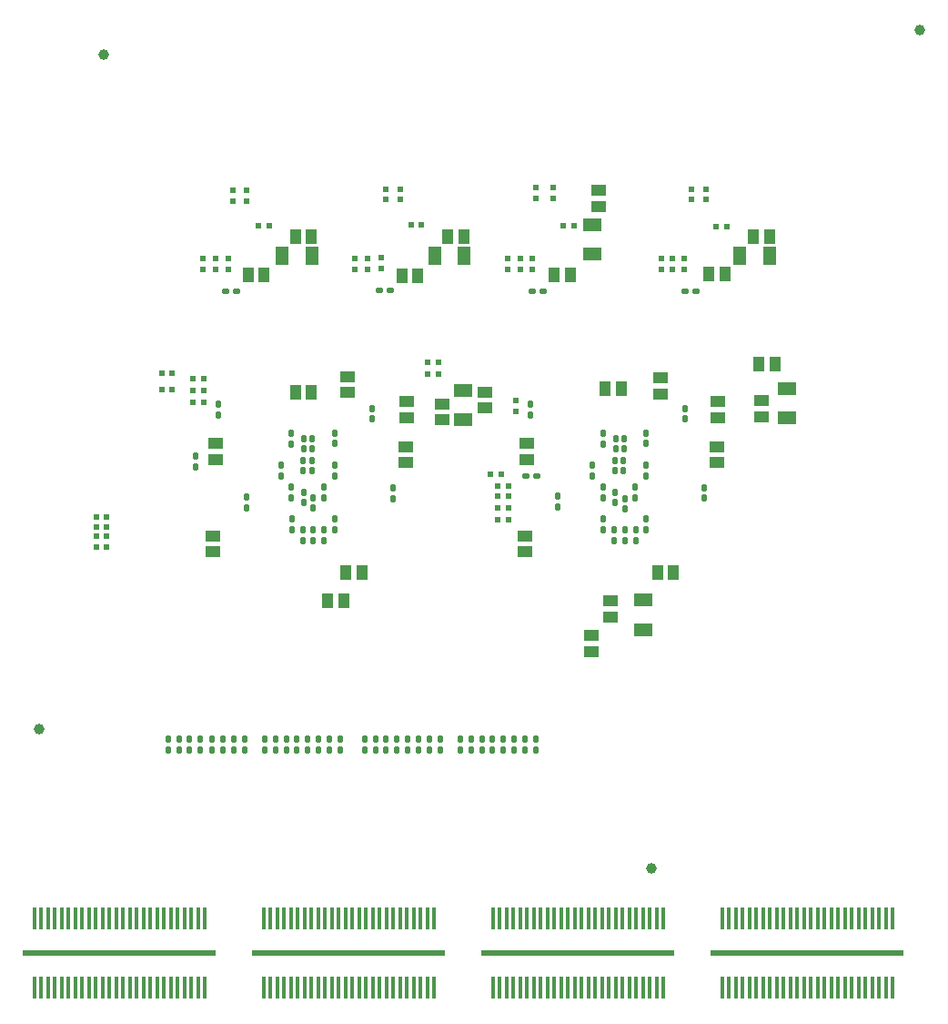
<source format=gbp>
%FSLAX44Y44*%
%MOMM*%
G71*
G01*
G75*
G04 Layer_Color=128*
%ADD10C,0.2032*%
%ADD11R,1.6000X1.6000*%
%ADD12R,0.2800X0.8000*%
%ADD13R,0.8000X0.2800*%
%ADD14R,0.6000X0.6000*%
%ADD15R,0.6000X0.6000*%
%ADD16R,1.4000X1.0000*%
G04:AMPARAMS|DCode=17|XSize=0.5mm|YSize=0.6mm|CornerRadius=0.125mm|HoleSize=0mm|Usage=FLASHONLY|Rotation=0.000|XOffset=0mm|YOffset=0mm|HoleType=Round|Shape=RoundedRectangle|*
%AMROUNDEDRECTD17*
21,1,0.5000,0.3500,0,0,0.0*
21,1,0.2500,0.6000,0,0,0.0*
1,1,0.2500,0.1250,-0.1750*
1,1,0.2500,-0.1250,-0.1750*
1,1,0.2500,-0.1250,0.1750*
1,1,0.2500,0.1250,0.1750*
%
%ADD17ROUNDEDRECTD17*%
%ADD18R,2.6000X1.1000*%
G04:AMPARAMS|DCode=19|XSize=0.5mm|YSize=0.6mm|CornerRadius=0.125mm|HoleSize=0mm|Usage=FLASHONLY|Rotation=270.000|XOffset=0mm|YOffset=0mm|HoleType=Round|Shape=RoundedRectangle|*
%AMROUNDEDRECTD19*
21,1,0.5000,0.3500,0,0,270.0*
21,1,0.2500,0.6000,0,0,270.0*
1,1,0.2500,-0.1750,-0.1250*
1,1,0.2500,-0.1750,0.1250*
1,1,0.2500,0.1750,0.1250*
1,1,0.2500,0.1750,-0.1250*
%
%ADD19ROUNDEDRECTD19*%
%ADD20R,1.1000X1.3500*%
%ADD21R,1.0000X1.4000*%
%ADD22R,1.4000X1.1000*%
%ADD23R,1.1500X1.8000*%
%ADD24R,0.9500X0.3500*%
%ADD25R,0.3500X0.9500*%
%ADD26R,3.3000X3.3000*%
%ADD27R,0.6000X1.8000*%
%ADD28R,0.5000X2.0000*%
%ADD29R,1.1000X1.4000*%
%ADD30R,1.1500X1.7000*%
%ADD31R,3.3000X3.3000*%
%ADD32R,1.1000X2.6000*%
%ADD33R,1.7000X1.1500*%
%ADD34C,0.4500*%
%ADD35C,1.0000*%
%ADD36R,12.0500X2.0000*%
%ADD37R,1.8000X1.8000*%
%ADD38R,3.6800X1.2700*%
%ADD39C,0.2540*%
%ADD40C,0.1270*%
%ADD41C,0.5080*%
%ADD42C,0.1524*%
%ADD43C,0.3048*%
%ADD44C,0.5000*%
%ADD45C,1.2700*%
%ADD46C,0.3810*%
%ADD47C,1.6500*%
%ADD48C,1.4732*%
%ADD49C,1.2802*%
%ADD50C,0.9500*%
%ADD51R,2.0000X2.0000*%
%ADD52C,8.0000*%
%ADD53C,0.5080*%
%ADD54C,0.4928*%
%ADD55C,0.6600*%
%ADD56C,1.0160*%
%ADD57C,1.0080*%
%ADD58C,2.0580*%
%ADD59C,2.0320*%
%ADD60C,1.4580*%
%ADD61C,1.5580*%
%ADD62C,1.6764*%
%ADD63C,4.3180*%
%ADD64C,0.7620*%
%ADD65C,0.1000*%
%ADD66C,0.1016*%
%ADD67C,0.8380*%
%ADD68R,0.4064X2.1590*%
%ADD69R,18.0340X0.5080*%
%ADD70C,0.2500*%
%ADD71C,0.6000*%
%ADD72C,0.2000*%
%ADD73R,1.1200X1.1200*%
%ADD74R,2.3100X2.3100*%
%ADD75R,2.3100X2.3100*%
%ADD76R,1.6508X1.6508*%
%ADD77R,0.3308X0.8508*%
%ADD78R,0.8508X0.3308*%
%ADD79R,0.6508X0.6508*%
%ADD80R,0.6508X0.6508*%
%ADD81R,1.4508X1.0508*%
G04:AMPARAMS|DCode=82|XSize=0.5508mm|YSize=0.6508mm|CornerRadius=0.1504mm|HoleSize=0mm|Usage=FLASHONLY|Rotation=0.000|XOffset=0mm|YOffset=0mm|HoleType=Round|Shape=RoundedRectangle|*
%AMROUNDEDRECTD82*
21,1,0.5508,0.3500,0,0,0.0*
21,1,0.2500,0.6508,0,0,0.0*
1,1,0.3008,0.1250,-0.1750*
1,1,0.3008,-0.1250,-0.1750*
1,1,0.3008,-0.1250,0.1750*
1,1,0.3008,0.1250,0.1750*
%
%ADD82ROUNDEDRECTD82*%
%ADD83R,2.6508X1.1508*%
G04:AMPARAMS|DCode=84|XSize=0.5508mm|YSize=0.6508mm|CornerRadius=0.1504mm|HoleSize=0mm|Usage=FLASHONLY|Rotation=270.000|XOffset=0mm|YOffset=0mm|HoleType=Round|Shape=RoundedRectangle|*
%AMROUNDEDRECTD84*
21,1,0.5508,0.3500,0,0,270.0*
21,1,0.2500,0.6508,0,0,270.0*
1,1,0.3008,-0.1750,-0.1250*
1,1,0.3008,-0.1750,0.1250*
1,1,0.3008,0.1750,0.1250*
1,1,0.3008,0.1750,-0.1250*
%
%ADD84ROUNDEDRECTD84*%
%ADD85R,1.1508X1.4008*%
%ADD86R,1.0508X1.4508*%
%ADD87R,1.4508X1.1508*%
%ADD88R,1.2008X1.8508*%
%ADD89R,1.0008X0.4008*%
%ADD90R,0.4008X1.0008*%
%ADD91R,3.3508X3.3508*%
%ADD92R,0.6508X1.8508*%
%ADD93R,0.5508X2.0508*%
%ADD94R,1.1508X1.4508*%
%ADD95R,1.2008X1.7508*%
%ADD96R,3.3508X3.3508*%
%ADD97R,1.1508X2.6508*%
%ADD98R,1.7508X1.2008*%
%ADD99C,0.5008*%
%ADD100C,2.0000*%
%ADD101R,11.9992X1.9492*%
%ADD102R,1.8508X1.8508*%
%ADD103R,3.7308X1.3208*%
%ADD104C,1.0508*%
%ADD105C,1.7008*%
%ADD106C,1.5240*%
%ADD107C,0.0508*%
%ADD108C,8.0508*%
%ADD109R,0.4572X2.2098*%
%ADD110R,18.0848X0.5588*%
D14*
X118000Y497000D02*
D03*
X108000D02*
D03*
X482000Y505000D02*
D03*
X492000D02*
D03*
X482000Y526000D02*
D03*
X492000D02*
D03*
Y516000D02*
D03*
X482000D02*
D03*
X118000Y469000D02*
D03*
X108000D02*
D03*
X198000Y615000D02*
D03*
X208000D02*
D03*
X198000Y626000D02*
D03*
X208000D02*
D03*
X426826Y640588D02*
D03*
X416826D02*
D03*
X426826Y629588D02*
D03*
X416826D02*
D03*
X553000Y768000D02*
D03*
X543000D02*
D03*
X475000Y537000D02*
D03*
X485000D02*
D03*
X169000Y630696D02*
D03*
X179000D02*
D03*
X411000Y769000D02*
D03*
X401000D02*
D03*
X208000Y604000D02*
D03*
X198000D02*
D03*
X108000Y488000D02*
D03*
X118000D02*
D03*
Y479000D02*
D03*
X108000D02*
D03*
X685000Y767000D02*
D03*
X695000D02*
D03*
X169000Y615570D02*
D03*
X179000D02*
D03*
X482000Y494000D02*
D03*
X492000D02*
D03*
X259000Y768000D02*
D03*
X269000D02*
D03*
D15*
X499000Y605000D02*
D03*
Y595000D02*
D03*
X207000Y737000D02*
D03*
Y727000D02*
D03*
X361000D02*
D03*
Y737000D02*
D03*
X644000Y727000D02*
D03*
Y737000D02*
D03*
X503000Y727000D02*
D03*
Y737000D02*
D03*
X655000Y727000D02*
D03*
Y737000D02*
D03*
X676000Y792000D02*
D03*
Y802000D02*
D03*
X491000Y737000D02*
D03*
Y727000D02*
D03*
X662000Y802000D02*
D03*
Y792000D02*
D03*
X349000Y737000D02*
D03*
Y727000D02*
D03*
X373000Y738000D02*
D03*
Y728000D02*
D03*
X514000Y737000D02*
D03*
Y727000D02*
D03*
X634000Y737000D02*
D03*
Y727000D02*
D03*
X391000Y792000D02*
D03*
Y802000D02*
D03*
X378000D02*
D03*
Y792000D02*
D03*
X533000Y793000D02*
D03*
Y803000D02*
D03*
X235000Y801000D02*
D03*
Y791000D02*
D03*
X219000Y727000D02*
D03*
Y737000D02*
D03*
X248000Y791000D02*
D03*
Y801000D02*
D03*
X231000Y727000D02*
D03*
Y737000D02*
D03*
X517000Y803000D02*
D03*
Y793000D02*
D03*
D17*
X591244Y539830D02*
D03*
Y549830D02*
D03*
X619946Y484966D02*
D03*
Y494966D02*
D03*
X418000Y280000D02*
D03*
Y290000D02*
D03*
X408000Y280000D02*
D03*
Y290000D02*
D03*
X236000Y280000D02*
D03*
Y290000D02*
D03*
X398000Y280000D02*
D03*
Y290000D02*
D03*
X279908Y535004D02*
D03*
Y545004D02*
D03*
X185000Y280000D02*
D03*
Y290000D02*
D03*
X447000Y280000D02*
D03*
Y290000D02*
D03*
X579882Y484966D02*
D03*
Y494966D02*
D03*
X384770Y524176D02*
D03*
Y514176D02*
D03*
X598864Y539830D02*
D03*
Y549830D02*
D03*
X315000Y280000D02*
D03*
Y290000D02*
D03*
X487000Y280000D02*
D03*
Y290000D02*
D03*
X512000Y602000D02*
D03*
Y592000D02*
D03*
X289814Y514938D02*
D03*
Y524938D02*
D03*
X590482Y474806D02*
D03*
Y484806D02*
D03*
X467000Y280000D02*
D03*
Y290000D02*
D03*
X320061Y475060D02*
D03*
Y485060D02*
D03*
X329946Y484966D02*
D03*
Y494966D02*
D03*
X265000Y280000D02*
D03*
Y290000D02*
D03*
X579814Y574722D02*
D03*
Y564722D02*
D03*
X329946Y535004D02*
D03*
Y545004D02*
D03*
X378000Y280000D02*
D03*
Y290000D02*
D03*
X289966Y484966D02*
D03*
Y494966D02*
D03*
X305000Y280000D02*
D03*
Y290000D02*
D03*
X308864Y539830D02*
D03*
Y549830D02*
D03*
X517000Y290000D02*
D03*
Y280000D02*
D03*
X506984Y290322D02*
D03*
Y280322D02*
D03*
X308864Y570150D02*
D03*
Y560150D02*
D03*
X538000Y506000D02*
D03*
Y516000D02*
D03*
X591498Y570150D02*
D03*
Y560150D02*
D03*
X226000Y280000D02*
D03*
Y290000D02*
D03*
X221960Y602000D02*
D03*
Y592000D02*
D03*
X289814Y574722D02*
D03*
Y564722D02*
D03*
X301244Y570150D02*
D03*
Y560150D02*
D03*
X325000Y280000D02*
D03*
Y290000D02*
D03*
X388000Y280000D02*
D03*
Y290000D02*
D03*
X368000Y280000D02*
D03*
Y290000D02*
D03*
X335000Y280000D02*
D03*
Y290000D02*
D03*
X609939Y514938D02*
D03*
Y524938D02*
D03*
X320120Y515120D02*
D03*
Y525120D02*
D03*
X275000Y280000D02*
D03*
Y290000D02*
D03*
X610040Y475060D02*
D03*
Y485060D02*
D03*
X246000Y280000D02*
D03*
Y290000D02*
D03*
X358000Y280000D02*
D03*
Y290000D02*
D03*
X497000Y280000D02*
D03*
Y290000D02*
D03*
X216000Y280000D02*
D03*
Y290000D02*
D03*
X569908Y535004D02*
D03*
Y545004D02*
D03*
X619946Y575230D02*
D03*
Y565230D02*
D03*
X309880Y474806D02*
D03*
Y484806D02*
D03*
X579882Y514764D02*
D03*
Y524764D02*
D03*
X619946Y535004D02*
D03*
Y545004D02*
D03*
X300482Y474806D02*
D03*
Y484806D02*
D03*
X285000Y280000D02*
D03*
Y290000D02*
D03*
X300736Y539830D02*
D03*
Y549830D02*
D03*
X674116Y524350D02*
D03*
Y514350D02*
D03*
X600541Y514176D02*
D03*
Y504176D02*
D03*
X195000Y280000D02*
D03*
Y290000D02*
D03*
X457000Y280000D02*
D03*
Y290000D02*
D03*
X599118Y570150D02*
D03*
Y560150D02*
D03*
X309880Y515120D02*
D03*
Y505120D02*
D03*
X329946Y575230D02*
D03*
Y565230D02*
D03*
X591244Y510112D02*
D03*
Y520112D02*
D03*
X205000Y280000D02*
D03*
Y290000D02*
D03*
X300990Y510112D02*
D03*
Y520112D02*
D03*
X428000Y280000D02*
D03*
Y290000D02*
D03*
X477000Y280000D02*
D03*
Y290000D02*
D03*
X295000Y280000D02*
D03*
Y290000D02*
D03*
X599880Y474806D02*
D03*
Y484806D02*
D03*
X175000Y280000D02*
D03*
Y290000D02*
D03*
X656000Y598000D02*
D03*
Y588000D02*
D03*
X200756Y553500D02*
D03*
Y543500D02*
D03*
X248226Y505542D02*
D03*
Y515542D02*
D03*
X365000Y598000D02*
D03*
Y588000D02*
D03*
D19*
X382000Y708000D02*
D03*
X372000D02*
D03*
X666000Y707000D02*
D03*
X656000D02*
D03*
X508000Y535000D02*
D03*
X518000D02*
D03*
X239000Y707000D02*
D03*
X229000D02*
D03*
X524000D02*
D03*
X514000D02*
D03*
D22*
X469754Y613154D02*
D03*
Y598154D02*
D03*
X569214Y386722D02*
D03*
Y371722D02*
D03*
X507000Y464500D02*
D03*
Y479500D02*
D03*
X219000Y550500D02*
D03*
Y565500D02*
D03*
X576000Y785500D02*
D03*
Y800500D02*
D03*
X217000Y464500D02*
D03*
Y479500D02*
D03*
X342000Y627500D02*
D03*
Y612500D02*
D03*
X396000Y547500D02*
D03*
Y562500D02*
D03*
X397000Y604500D02*
D03*
Y589500D02*
D03*
X727040Y589896D02*
D03*
Y604896D02*
D03*
X686000Y547500D02*
D03*
Y562500D02*
D03*
X509000Y550500D02*
D03*
Y565500D02*
D03*
X633000Y626500D02*
D03*
Y611500D02*
D03*
X586454Y418850D02*
D03*
Y403850D02*
D03*
X430130Y587232D02*
D03*
Y602232D02*
D03*
X687000Y604500D02*
D03*
Y589500D02*
D03*
D29*
X596500Y616000D02*
D03*
X581500D02*
D03*
X293500Y613000D02*
D03*
X308500D02*
D03*
X407500Y721000D02*
D03*
X392500D02*
D03*
X323520Y419100D02*
D03*
X338520D02*
D03*
X264500Y722000D02*
D03*
X249500D02*
D03*
X355500Y445000D02*
D03*
X340500D02*
D03*
X549500Y722000D02*
D03*
X534500D02*
D03*
X308500Y758000D02*
D03*
X293500D02*
D03*
X693500Y723000D02*
D03*
X678500D02*
D03*
X450500Y758000D02*
D03*
X435500D02*
D03*
X734500D02*
D03*
X719500D02*
D03*
X739782Y639370D02*
D03*
X724782D02*
D03*
X645500Y445000D02*
D03*
X630500D02*
D03*
D30*
X707250Y740000D02*
D03*
X734750D02*
D03*
X281250D02*
D03*
X308750D02*
D03*
X423250D02*
D03*
X450750D02*
D03*
D33*
X449933Y587147D02*
D03*
Y614647D02*
D03*
X750916Y588980D02*
D03*
Y616480D02*
D03*
X617188Y419766D02*
D03*
Y392266D02*
D03*
X570000Y741250D02*
D03*
Y768750D02*
D03*
D35*
X875000Y950000D02*
D03*
X625000Y170000D02*
D03*
X55000Y300000D02*
D03*
X115000Y927000D02*
D03*
D68*
X56969Y58801D02*
D03*
X63319D02*
D03*
X76019D02*
D03*
X82369D02*
D03*
X95069D02*
D03*
X101419D02*
D03*
X114119D02*
D03*
X120469D02*
D03*
X139519D02*
D03*
X145869D02*
D03*
X158569D02*
D03*
X164919D02*
D03*
X177619D02*
D03*
X183969D02*
D03*
X196669D02*
D03*
X203019D02*
D03*
X56969Y123571D02*
D03*
X63319D02*
D03*
X76019D02*
D03*
X82369D02*
D03*
X95069D02*
D03*
X101419D02*
D03*
X114119D02*
D03*
X120469D02*
D03*
X139519D02*
D03*
X145869D02*
D03*
X158569D02*
D03*
X164919D02*
D03*
X177619D02*
D03*
X183969D02*
D03*
X196669D02*
D03*
X203019D02*
D03*
X270329Y58801D02*
D03*
X276679D02*
D03*
X289379D02*
D03*
X295729D02*
D03*
X308429D02*
D03*
X314779D02*
D03*
X327479D02*
D03*
X333829D02*
D03*
X352879D02*
D03*
X359229D02*
D03*
X371929D02*
D03*
X378279D02*
D03*
X390979D02*
D03*
X397329D02*
D03*
X410029D02*
D03*
X416379D02*
D03*
X270329Y123571D02*
D03*
X276679D02*
D03*
X289379D02*
D03*
X295729D02*
D03*
X308429D02*
D03*
X314779D02*
D03*
X327479D02*
D03*
X333829D02*
D03*
X352879D02*
D03*
X359229D02*
D03*
X371929D02*
D03*
X378279D02*
D03*
X390979D02*
D03*
X397329D02*
D03*
X410029D02*
D03*
X416379D02*
D03*
X483689Y58801D02*
D03*
X490039D02*
D03*
X502739D02*
D03*
X509089D02*
D03*
X521789D02*
D03*
X528139D02*
D03*
X540839D02*
D03*
X547189D02*
D03*
X566239D02*
D03*
X572589D02*
D03*
X585289D02*
D03*
X591639D02*
D03*
X604339D02*
D03*
X623389D02*
D03*
X629739D02*
D03*
X483689Y123571D02*
D03*
X490039D02*
D03*
X502739D02*
D03*
X521789D02*
D03*
X540839D02*
D03*
X547189D02*
D03*
X566239D02*
D03*
X572589D02*
D03*
X585289D02*
D03*
X591639D02*
D03*
X604339D02*
D03*
X610689D02*
D03*
X623389D02*
D03*
X629739D02*
D03*
X697049Y58801D02*
D03*
X703399D02*
D03*
X716099D02*
D03*
X722449D02*
D03*
X735149D02*
D03*
X741499D02*
D03*
X754199D02*
D03*
X760549D02*
D03*
X779599D02*
D03*
X785949D02*
D03*
X798649D02*
D03*
X804999D02*
D03*
X817699D02*
D03*
X824049D02*
D03*
X836749D02*
D03*
X843099D02*
D03*
X697049Y123571D02*
D03*
X703399D02*
D03*
X716099D02*
D03*
X722449D02*
D03*
X735149D02*
D03*
X741499D02*
D03*
X754199D02*
D03*
X760549D02*
D03*
X779599D02*
D03*
X785949D02*
D03*
X798649D02*
D03*
X804999D02*
D03*
X817699D02*
D03*
X824049D02*
D03*
X836749D02*
D03*
X843099D02*
D03*
X209369D02*
D03*
X190319D02*
D03*
X171269D02*
D03*
X152219D02*
D03*
X133169D02*
D03*
X126819D02*
D03*
X107769D02*
D03*
X88719D02*
D03*
X69669D02*
D03*
X50619D02*
D03*
X263979D02*
D03*
X283029D02*
D03*
X302079D02*
D03*
X321129D02*
D03*
X340179D02*
D03*
X346529D02*
D03*
X365579D02*
D03*
X384629D02*
D03*
X403679D02*
D03*
X422729D02*
D03*
Y58801D02*
D03*
X403679D02*
D03*
X384629D02*
D03*
X365579D02*
D03*
X346529D02*
D03*
X340179D02*
D03*
X321129D02*
D03*
X302079D02*
D03*
X283029D02*
D03*
X263979D02*
D03*
X50619D02*
D03*
X69669D02*
D03*
X88719D02*
D03*
X107769D02*
D03*
X126819D02*
D03*
X133169D02*
D03*
X152219D02*
D03*
X171269D02*
D03*
X190319D02*
D03*
X209369D02*
D03*
X477339Y123571D02*
D03*
X496389D02*
D03*
X515439D02*
D03*
X534489D02*
D03*
X553539D02*
D03*
X559889D02*
D03*
X578939D02*
D03*
X597989D02*
D03*
X617039D02*
D03*
X636089D02*
D03*
X477339Y58801D02*
D03*
X496389D02*
D03*
X515439D02*
D03*
X534489D02*
D03*
X553539D02*
D03*
X559889D02*
D03*
X578939D02*
D03*
X597989D02*
D03*
X617039D02*
D03*
X636089D02*
D03*
X849449D02*
D03*
X830399D02*
D03*
X811349D02*
D03*
X792299D02*
D03*
X773249D02*
D03*
X766899D02*
D03*
X747849D02*
D03*
X728799D02*
D03*
X709749D02*
D03*
X690699D02*
D03*
X849449Y123571D02*
D03*
X830399D02*
D03*
X811349D02*
D03*
X792299D02*
D03*
X773249D02*
D03*
X766899D02*
D03*
X747849D02*
D03*
X728799D02*
D03*
X709749D02*
D03*
X690699D02*
D03*
X610689Y58801D02*
D03*
X528139Y123571D02*
D03*
X509089D02*
D03*
D69*
X769874Y91186D02*
D03*
X556514D02*
D03*
X343154D02*
D03*
X129794D02*
D03*
M02*

</source>
